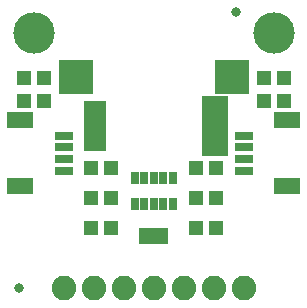
<source format=gts>
G75*
%MOIN*%
%OFA0B0*%
%FSLAX25Y25*%
%IPPOS*%
%LPD*%
%AMOC8*
5,1,8,0,0,1.08239X$1,22.5*
%
%ADD10R,0.08674X0.05524*%
%ADD11R,0.06115X0.03162*%
%ADD12R,0.05131X0.04737*%
%ADD13R,0.03300X0.05800*%
%ADD14C,0.13800*%
%ADD15C,0.03300*%
%ADD16C,0.08200*%
%ADD17R,0.08674X0.20485*%
%ADD18R,0.07493X0.16548*%
%ADD19R,0.02769X0.03950*%
%ADD20R,0.11750X0.11750*%
D10*
X0138865Y0078976D03*
X0138865Y0101024D03*
X0227802Y0101024D03*
X0227802Y0078976D03*
D11*
X0213333Y0084094D03*
X0213333Y0088031D03*
X0213333Y0091969D03*
X0213333Y0095906D03*
X0153333Y0095906D03*
X0153333Y0091969D03*
X0153333Y0088031D03*
X0153333Y0084094D03*
D12*
X0162487Y0085000D03*
X0169180Y0085000D03*
X0169180Y0075000D03*
X0162487Y0075000D03*
X0162487Y0065000D03*
X0169180Y0065000D03*
X0197487Y0065000D03*
X0204180Y0065000D03*
X0204180Y0075000D03*
X0197487Y0075000D03*
X0197487Y0085000D03*
X0204180Y0085000D03*
X0219987Y0107500D03*
X0226680Y0107500D03*
X0226680Y0115000D03*
X0219987Y0115000D03*
X0146680Y0115000D03*
X0139987Y0115000D03*
X0139987Y0107500D03*
X0146680Y0107500D03*
D13*
X0180133Y0062500D03*
X0183333Y0062500D03*
X0186533Y0062500D03*
D14*
X0223333Y0130000D03*
X0143333Y0130000D03*
D15*
X0138333Y0045000D03*
X0210833Y0137000D03*
D16*
X0213333Y0045000D03*
X0203333Y0045000D03*
X0193333Y0045000D03*
X0183333Y0045000D03*
X0173333Y0045000D03*
X0163333Y0045000D03*
X0153333Y0045000D03*
D17*
X0203609Y0099000D03*
D18*
X0163648Y0099000D03*
D19*
X0177034Y0081831D03*
X0180184Y0081831D03*
X0183333Y0081831D03*
X0186483Y0081831D03*
X0189633Y0081831D03*
X0189633Y0073169D03*
X0186483Y0073169D03*
X0183333Y0073169D03*
X0180184Y0073169D03*
X0177034Y0073169D03*
D20*
X0157333Y0115500D03*
X0209333Y0115500D03*
M02*

</source>
